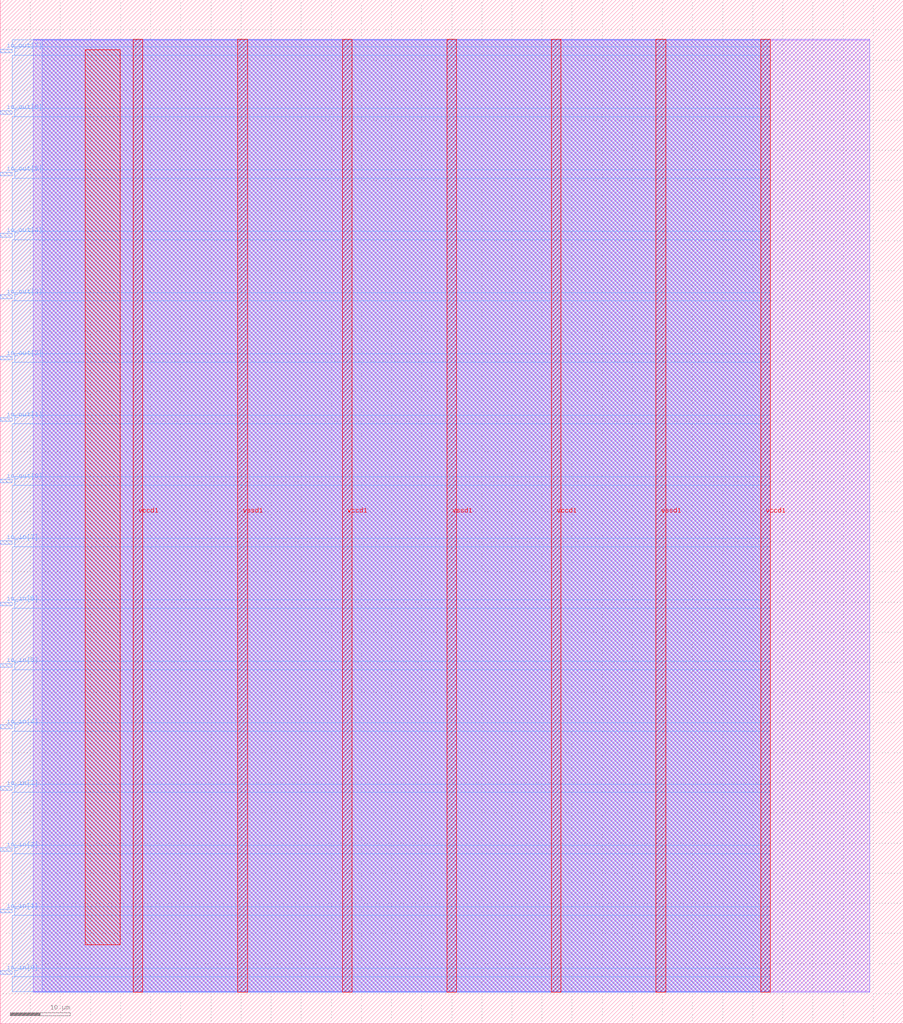
<source format=lef>
VERSION 5.7 ;
  NOWIREEXTENSIONATPIN ON ;
  DIVIDERCHAR "/" ;
  BUSBITCHARS "[]" ;
MACRO github_com_proppy_tt02_xls_counter
  CLASS BLOCK ;
  FOREIGN github_com_proppy_tt02_xls_counter ;
  ORIGIN 0.000 0.000 ;
  SIZE 150.000 BY 170.000 ;
  PIN io_in[0]
    DIRECTION INPUT ;
    USE SIGNAL ;
    PORT
      LAYER met3 ;
        RECT 0.000 8.200 2.000 8.800 ;
    END
  END io_in[0]
  PIN io_in[1]
    DIRECTION INPUT ;
    USE SIGNAL ;
    PORT
      LAYER met3 ;
        RECT 0.000 18.400 2.000 19.000 ;
    END
  END io_in[1]
  PIN io_in[2]
    DIRECTION INPUT ;
    USE SIGNAL ;
    PORT
      LAYER met3 ;
        RECT 0.000 28.600 2.000 29.200 ;
    END
  END io_in[2]
  PIN io_in[3]
    DIRECTION INPUT ;
    USE SIGNAL ;
    PORT
      LAYER met3 ;
        RECT 0.000 38.800 2.000 39.400 ;
    END
  END io_in[3]
  PIN io_in[4]
    DIRECTION INPUT ;
    USE SIGNAL ;
    PORT
      LAYER met3 ;
        RECT 0.000 49.000 2.000 49.600 ;
    END
  END io_in[4]
  PIN io_in[5]
    DIRECTION INPUT ;
    USE SIGNAL ;
    PORT
      LAYER met3 ;
        RECT 0.000 59.200 2.000 59.800 ;
    END
  END io_in[5]
  PIN io_in[6]
    DIRECTION INPUT ;
    USE SIGNAL ;
    PORT
      LAYER met3 ;
        RECT 0.000 69.400 2.000 70.000 ;
    END
  END io_in[6]
  PIN io_in[7]
    DIRECTION INPUT ;
    USE SIGNAL ;
    PORT
      LAYER met3 ;
        RECT 0.000 79.600 2.000 80.200 ;
    END
  END io_in[7]
  PIN io_out[0]
    DIRECTION OUTPUT TRISTATE ;
    USE SIGNAL ;
    PORT
      LAYER met3 ;
        RECT 0.000 89.800 2.000 90.400 ;
    END
  END io_out[0]
  PIN io_out[1]
    DIRECTION OUTPUT TRISTATE ;
    USE SIGNAL ;
    PORT
      LAYER met3 ;
        RECT 0.000 100.000 2.000 100.600 ;
    END
  END io_out[1]
  PIN io_out[2]
    DIRECTION OUTPUT TRISTATE ;
    USE SIGNAL ;
    PORT
      LAYER met3 ;
        RECT 0.000 110.200 2.000 110.800 ;
    END
  END io_out[2]
  PIN io_out[3]
    DIRECTION OUTPUT TRISTATE ;
    USE SIGNAL ;
    PORT
      LAYER met3 ;
        RECT 0.000 120.400 2.000 121.000 ;
    END
  END io_out[3]
  PIN io_out[4]
    DIRECTION OUTPUT TRISTATE ;
    USE SIGNAL ;
    PORT
      LAYER met3 ;
        RECT 0.000 130.600 2.000 131.200 ;
    END
  END io_out[4]
  PIN io_out[5]
    DIRECTION OUTPUT TRISTATE ;
    USE SIGNAL ;
    PORT
      LAYER met3 ;
        RECT 0.000 140.800 2.000 141.400 ;
    END
  END io_out[5]
  PIN io_out[6]
    DIRECTION OUTPUT TRISTATE ;
    USE SIGNAL ;
    PORT
      LAYER met3 ;
        RECT 0.000 151.000 2.000 151.600 ;
    END
  END io_out[6]
  PIN io_out[7]
    DIRECTION OUTPUT TRISTATE ;
    USE SIGNAL ;
    PORT
      LAYER met3 ;
        RECT 0.000 161.200 2.000 161.800 ;
    END
  END io_out[7]
  PIN vccd1
    DIRECTION INOUT ;
    USE POWER ;
    PORT
      LAYER met4 ;
        RECT 22.090 5.200 23.690 163.440 ;
    END
    PORT
      LAYER met4 ;
        RECT 56.830 5.200 58.430 163.440 ;
    END
    PORT
      LAYER met4 ;
        RECT 91.570 5.200 93.170 163.440 ;
    END
    PORT
      LAYER met4 ;
        RECT 126.310 5.200 127.910 163.440 ;
    END
  END vccd1
  PIN vssd1
    DIRECTION INOUT ;
    USE GROUND ;
    PORT
      LAYER met4 ;
        RECT 39.460 5.200 41.060 163.440 ;
    END
    PORT
      LAYER met4 ;
        RECT 74.200 5.200 75.800 163.440 ;
    END
    PORT
      LAYER met4 ;
        RECT 108.940 5.200 110.540 163.440 ;
    END
  END vssd1
  OBS
      LAYER li1 ;
        RECT 5.520 5.355 144.440 163.285 ;
      LAYER met1 ;
        RECT 5.520 5.200 144.440 163.440 ;
      LAYER met2 ;
        RECT 6.990 5.255 127.880 163.385 ;
      LAYER met3 ;
        RECT 2.000 162.200 127.900 163.365 ;
        RECT 2.400 160.800 127.900 162.200 ;
        RECT 2.000 152.000 127.900 160.800 ;
        RECT 2.400 150.600 127.900 152.000 ;
        RECT 2.000 141.800 127.900 150.600 ;
        RECT 2.400 140.400 127.900 141.800 ;
        RECT 2.000 131.600 127.900 140.400 ;
        RECT 2.400 130.200 127.900 131.600 ;
        RECT 2.000 121.400 127.900 130.200 ;
        RECT 2.400 120.000 127.900 121.400 ;
        RECT 2.000 111.200 127.900 120.000 ;
        RECT 2.400 109.800 127.900 111.200 ;
        RECT 2.000 101.000 127.900 109.800 ;
        RECT 2.400 99.600 127.900 101.000 ;
        RECT 2.000 90.800 127.900 99.600 ;
        RECT 2.400 89.400 127.900 90.800 ;
        RECT 2.000 80.600 127.900 89.400 ;
        RECT 2.400 79.200 127.900 80.600 ;
        RECT 2.000 70.400 127.900 79.200 ;
        RECT 2.400 69.000 127.900 70.400 ;
        RECT 2.000 60.200 127.900 69.000 ;
        RECT 2.400 58.800 127.900 60.200 ;
        RECT 2.000 50.000 127.900 58.800 ;
        RECT 2.400 48.600 127.900 50.000 ;
        RECT 2.000 39.800 127.900 48.600 ;
        RECT 2.400 38.400 127.900 39.800 ;
        RECT 2.000 29.600 127.900 38.400 ;
        RECT 2.400 28.200 127.900 29.600 ;
        RECT 2.000 19.400 127.900 28.200 ;
        RECT 2.400 18.000 127.900 19.400 ;
        RECT 2.000 9.200 127.900 18.000 ;
        RECT 2.400 7.800 127.900 9.200 ;
        RECT 2.000 5.275 127.900 7.800 ;
      LAYER met4 ;
        RECT 14.095 13.095 19.945 161.665 ;
  END
END github_com_proppy_tt02_xls_counter
END LIBRARY


</source>
